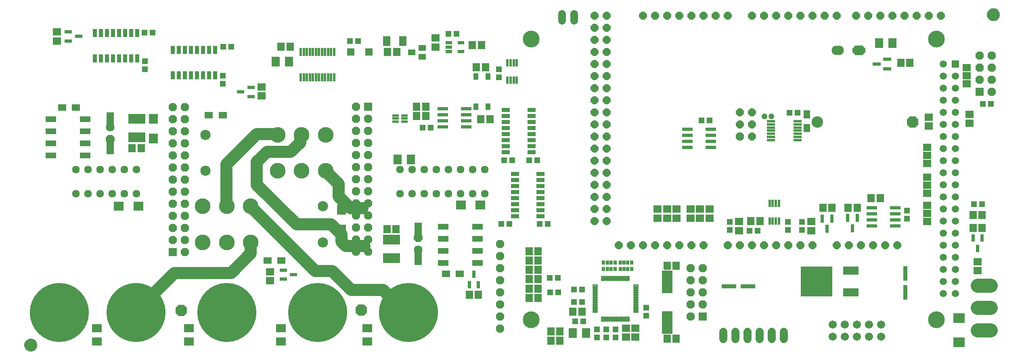
<source format=gts>
G75*
G70*
%OFA0B0*%
%FSLAX24Y24*%
%IPPOS*%
%LPD*%
%AMOC8*
5,1,8,0,0,1.08239X$1,22.5*
%
%ADD10C,0.1000*%
%ADD11R,0.0867X0.0474*%
%ADD12R,0.0671X0.0552*%
%ADD13R,0.0789X0.0710*%
%ADD14R,0.0220X0.0710*%
%ADD15R,0.0592X0.0671*%
%ADD16R,0.0710X0.0789*%
%ADD17R,0.0671X0.0592*%
%ADD18R,0.0600X0.0300*%
%ADD19R,0.0946X0.0789*%
%ADD20R,0.0300X0.0600*%
%ADD21R,0.2641X0.2483*%
%ADD22R,0.1261X0.0710*%
%ADD23R,0.1210X0.0380*%
%ADD24R,0.0513X0.0474*%
%ADD25R,0.0474X0.0513*%
%ADD26C,0.0477*%
%ADD27R,0.0860X0.0300*%
%ADD28R,0.0660X0.0220*%
%ADD29R,0.0867X0.1852*%
%ADD30R,0.0552X0.0671*%
%ADD31R,0.0680X0.0300*%
%ADD32C,0.0780*%
%ADD33OC8,0.0780*%
%ADD34C,0.0674*%
%ADD35R,0.0540X0.0220*%
%ADD36R,0.0300X0.0680*%
%ADD37OC8,0.0710*%
%ADD38C,0.0710*%
%ADD39R,0.0631X0.1497*%
%ADD40R,0.1419X0.0828*%
%ADD41R,0.0380X0.1210*%
%ADD42C,0.0640*%
%ADD43C,0.0946*%
%ADD44OC8,0.0946*%
%ADD45OC8,0.0634*%
%ADD46OC8,0.0680*%
%ADD47R,0.0320X0.0690*%
%ADD48R,0.0749X0.0789*%
%ADD49C,0.1299*%
%ADD50C,0.0848*%
%ADD51C,0.4885*%
%ADD52C,0.1172*%
%ADD53R,0.0690X0.0320*%
%ADD54R,0.0674X0.0674*%
%ADD55OC8,0.0674*%
%ADD56R,0.0430X0.0580*%
%ADD57C,0.0595*%
%ADD58R,0.0595X0.0595*%
%ADD59C,0.1386*%
%ADD60C,0.0674*%
%ADD61R,0.0631X0.0474*%
%ADD62R,0.0710X0.0790*%
%ADD63R,0.0580X0.0300*%
%ADD64R,0.0631X0.0789*%
%ADD65R,0.0631X0.0631*%
%ADD66R,0.0789X0.0749*%
%ADD67C,0.0634*%
%ADD68C,0.0103*%
%ADD69R,0.0277X0.0336*%
%ADD70R,0.0220X0.0600*%
%ADD71R,0.0516X0.0516*%
%ADD72C,0.0050*%
D10*
X010137Y009022D02*
X012987Y011872D01*
X017662Y011872D01*
X019287Y013497D01*
X019287Y014472D01*
X023062Y015897D02*
X025912Y015897D01*
X026762Y015047D01*
X026762Y014472D01*
X027137Y014097D01*
X028687Y014097D01*
X026012Y012022D02*
X024612Y012022D01*
X019362Y017272D01*
X019337Y017322D02*
X019262Y017322D01*
X017287Y017422D02*
X017237Y017372D01*
X017287Y017422D02*
X017287Y020872D01*
X019762Y023347D01*
X021487Y023347D01*
X022587Y021897D02*
X023362Y022672D01*
X023362Y023422D01*
X022587Y021897D02*
X020637Y021897D01*
X019787Y021047D01*
X019787Y019172D01*
X023062Y015897D01*
X026537Y018197D02*
X027512Y017222D01*
X028512Y017222D01*
X026537Y018197D02*
X026537Y019222D01*
X025462Y020297D01*
X026012Y012022D02*
X027587Y010447D01*
X030212Y010447D01*
X031762Y008897D01*
X031937Y008897D01*
D11*
X035170Y012697D03*
X035170Y013697D03*
X035170Y014697D03*
X035170Y015697D03*
X038005Y015697D03*
X038005Y014697D03*
X038005Y013697D03*
X038005Y012697D03*
X005605Y021597D03*
X005605Y022597D03*
X005605Y023597D03*
X005605Y024597D03*
X002770Y024597D03*
X002770Y023597D03*
X002770Y022597D03*
X002770Y021597D03*
D12*
X003691Y025547D03*
X004833Y025547D03*
X015816Y024922D03*
X016958Y024922D03*
X020666Y012897D03*
X021808Y012897D03*
X035393Y011809D03*
X036534Y011809D03*
D13*
X028912Y007298D03*
X028912Y006196D03*
X021762Y006196D03*
X021762Y007298D03*
X014162Y007298D03*
X014162Y006196D03*
X006587Y006196D03*
X006587Y007298D03*
D14*
X023407Y028047D03*
X023667Y028047D03*
X023907Y028047D03*
X024167Y028047D03*
X024407Y028047D03*
X024667Y028047D03*
X024907Y028047D03*
X025167Y028047D03*
X025407Y028047D03*
X025667Y028047D03*
X025907Y028047D03*
X026167Y028047D03*
X026167Y030147D03*
X025907Y030147D03*
X025667Y030147D03*
X025407Y030147D03*
X025167Y030147D03*
X024907Y030147D03*
X024667Y030147D03*
X024407Y030147D03*
X024167Y030147D03*
X023907Y030147D03*
X023667Y030147D03*
X023407Y030147D03*
D15*
X022536Y030597D03*
X021788Y030597D03*
X030588Y030172D03*
X031336Y030172D03*
X037588Y030722D03*
X038336Y030722D03*
X038661Y028897D03*
X037913Y028897D03*
X033736Y025622D03*
X032988Y025622D03*
X032988Y024847D03*
X033736Y024847D03*
X038288Y024597D03*
X039036Y024597D03*
X060588Y016147D03*
X061336Y016147D03*
X066538Y017272D03*
X067286Y017272D03*
X068613Y017272D03*
X069361Y017272D03*
X070513Y018047D03*
X071261Y018047D03*
X078938Y016672D03*
X079686Y016672D03*
X079686Y015597D03*
X078938Y015597D03*
X054411Y012472D03*
X053663Y012472D03*
X046636Y008672D03*
X045888Y008672D03*
X043011Y009797D03*
X042263Y009797D03*
X042263Y010572D03*
X043011Y010572D03*
X043011Y011347D03*
X042263Y011347D03*
X042263Y012122D03*
X043011Y012122D03*
X043011Y012897D03*
X042263Y012897D03*
X042263Y013672D03*
X043011Y013672D03*
X038086Y010072D03*
X037338Y010072D03*
X044063Y007022D03*
X044811Y007022D03*
X044811Y006247D03*
X044063Y006247D03*
X053663Y006422D03*
X054411Y006422D03*
X031286Y015497D03*
X030538Y015497D03*
X010236Y022197D03*
X009488Y022197D03*
X072963Y029247D03*
X073711Y029247D03*
D16*
X072263Y030897D03*
X071161Y030897D03*
X022438Y029347D03*
X021336Y029347D03*
X045886Y006897D03*
X046988Y006897D03*
D17*
X050262Y006548D03*
X051037Y006548D03*
X051037Y007296D03*
X050262Y007296D03*
X059612Y015373D03*
X059612Y016121D03*
X057162Y016398D03*
X056387Y016398D03*
X055612Y016398D03*
X054437Y016398D03*
X053662Y016398D03*
X052887Y016398D03*
X052887Y017146D03*
X053662Y017146D03*
X054437Y017146D03*
X055612Y017146D03*
X056387Y017146D03*
X057162Y017146D03*
X065587Y016121D03*
X065587Y015373D03*
X075137Y016128D03*
X075137Y016797D03*
X075137Y017466D03*
X075137Y018453D03*
X075137Y019122D03*
X075137Y019791D03*
X075137Y020928D03*
X075137Y021597D03*
X075137Y022266D03*
X075287Y024023D03*
X075287Y024771D03*
X078637Y024996D03*
X078637Y024248D03*
X078412Y027528D03*
X078412Y028197D03*
X078412Y028866D03*
X079312Y012796D03*
X079312Y012048D03*
X034537Y030573D03*
X034537Y031321D03*
X020187Y027271D03*
X020187Y026523D03*
X003287Y031073D03*
X003287Y031821D03*
X020862Y011977D03*
X020862Y011229D03*
D18*
X021957Y011352D03*
X022817Y011722D03*
X021957Y012092D03*
X019292Y026477D03*
X018432Y026847D03*
X019292Y027217D03*
X005067Y031447D03*
X004207Y031817D03*
X004207Y031077D03*
D19*
X077763Y008126D03*
X077763Y006118D03*
D20*
X079312Y013892D03*
X078942Y014752D03*
X079682Y014752D03*
X038082Y010892D03*
X037342Y010892D03*
X037712Y011752D03*
D21*
X066000Y011172D03*
D22*
X068827Y012069D03*
X068827Y010274D03*
D23*
X060342Y010772D03*
X058782Y010772D03*
D24*
X060478Y015372D03*
X061147Y015372D03*
X046647Y010497D03*
X045978Y010497D03*
X044672Y010272D03*
X044003Y010272D03*
X045978Y009447D03*
X046647Y009447D03*
X046747Y007847D03*
X046078Y007847D03*
X044647Y011447D03*
X043978Y011447D03*
X043797Y015922D03*
X043128Y015922D03*
X040647Y015922D03*
X039978Y015922D03*
X040203Y021197D03*
X040872Y021197D03*
X042278Y021197D03*
X042947Y021197D03*
X034147Y023897D03*
X033478Y023897D03*
X017672Y030597D03*
X017003Y030597D03*
X011172Y031747D03*
X010503Y031747D03*
X035603Y031647D03*
X036272Y031647D03*
X056503Y024497D03*
X057172Y024497D03*
X063778Y025122D03*
X064447Y025122D03*
X079728Y025847D03*
X080397Y025847D03*
X079672Y017547D03*
X079003Y017547D03*
D25*
X073462Y017031D03*
X073462Y016362D03*
X064812Y016081D03*
X063637Y016081D03*
X063637Y015412D03*
X064812Y015412D03*
X058837Y015437D03*
X058837Y016106D03*
X051937Y009006D03*
X051937Y008337D03*
X049412Y007206D03*
X048637Y007206D03*
X047862Y007206D03*
X047862Y006537D03*
X048637Y006537D03*
X049412Y006537D03*
X016962Y027537D03*
X016962Y028206D03*
X010537Y028712D03*
X010537Y029381D03*
X027478Y031072D03*
X028147Y031072D03*
X039762Y028731D03*
X039762Y028062D03*
D26*
X061712Y024822D03*
X062263Y024822D03*
D27*
X057282Y023772D03*
X057282Y023272D03*
X057282Y022772D03*
X057282Y022272D03*
X055342Y022272D03*
X055342Y022772D03*
X055342Y023272D03*
X055342Y023772D03*
X070567Y017272D03*
X070567Y016772D03*
X070567Y016272D03*
X070567Y015772D03*
X072507Y015772D03*
X072507Y016272D03*
X072507Y016772D03*
X072507Y017272D03*
X037082Y023972D03*
X037082Y024472D03*
X037082Y024972D03*
X037082Y025472D03*
X035142Y025472D03*
X035142Y024972D03*
X035142Y024472D03*
X035142Y023972D03*
D28*
X062227Y023907D03*
X062227Y024157D03*
X062227Y024417D03*
X062227Y023647D03*
X062227Y023387D03*
X062227Y023137D03*
X062227Y022877D03*
X064447Y022877D03*
X064447Y023137D03*
X064447Y023387D03*
X064447Y023647D03*
X064447Y023907D03*
X064447Y024157D03*
X064447Y024417D03*
D29*
X053687Y011120D03*
X053687Y007774D03*
D30*
X065212Y023851D03*
X065212Y024993D03*
D31*
X071837Y028747D03*
X070987Y029147D03*
X071837Y029547D03*
D32*
X067887Y030297D03*
X067637Y030297D03*
D33*
X069387Y030297D03*
X069637Y030297D03*
D34*
X063312Y006994D02*
X063312Y006400D01*
X062312Y006400D02*
X062312Y006994D01*
X061312Y006994D02*
X061312Y006400D01*
X060312Y006400D02*
X060312Y006994D01*
X059312Y006994D02*
X059312Y006400D01*
X058312Y006400D02*
X058312Y006994D01*
D35*
X031982Y024387D03*
X031982Y024647D03*
X031982Y024907D03*
X031242Y024907D03*
X031242Y024647D03*
X031242Y024387D03*
D36*
X066487Y016372D03*
X067287Y016372D03*
X068587Y016422D03*
X069387Y016422D03*
X068987Y015572D03*
X066887Y015522D03*
D37*
X033112Y014797D03*
X007662Y022922D03*
D38*
X007662Y023922D03*
X033112Y013797D03*
D39*
X033112Y013273D03*
X033112Y015281D03*
X007662Y022438D03*
X007662Y024445D03*
D40*
X009862Y024640D03*
X009862Y023104D03*
X030912Y014615D03*
X030912Y013079D03*
D41*
X073337Y011827D03*
X073337Y010267D03*
D42*
X045962Y032767D02*
X045962Y033327D01*
X044962Y033327D02*
X044962Y032767D01*
D43*
X066057Y024347D03*
D44*
X073927Y024347D03*
X028394Y008803D03*
X013550Y008747D03*
D45*
X047658Y016162D03*
X048658Y016162D03*
X048658Y017162D03*
X047658Y017162D03*
X047658Y018162D03*
X048658Y018162D03*
X048658Y019162D03*
X047658Y019162D03*
X047658Y020162D03*
X048658Y020162D03*
X048658Y021162D03*
X047658Y021162D03*
X047658Y022162D03*
X048658Y022162D03*
X048658Y023162D03*
X047658Y023162D03*
X047658Y024162D03*
X048658Y024162D03*
X048658Y025162D03*
X047658Y025162D03*
X047658Y026162D03*
X048658Y026162D03*
X048658Y027162D03*
X047658Y027162D03*
X047658Y028162D03*
X048658Y028162D03*
X048658Y029162D03*
X047658Y029162D03*
X047658Y030162D03*
X048658Y030162D03*
X048658Y031162D03*
X047658Y031162D03*
X047658Y032162D03*
X048658Y032162D03*
X048658Y033162D03*
X047658Y033162D03*
X051658Y033162D03*
X052658Y033162D03*
X053658Y033162D03*
X054658Y033162D03*
X055658Y033162D03*
X056658Y033162D03*
X057658Y033162D03*
X058658Y033162D03*
X060658Y033162D03*
X061658Y033162D03*
X062658Y033162D03*
X063658Y033162D03*
X064658Y033162D03*
X065658Y033162D03*
X066658Y033162D03*
X067658Y033162D03*
X069258Y033162D03*
X070258Y033162D03*
X071258Y033162D03*
X072258Y033162D03*
X073258Y033162D03*
X074258Y033162D03*
X075258Y033162D03*
X076258Y033162D03*
X060658Y025162D03*
X059658Y025162D03*
X059658Y024162D03*
X060658Y024162D03*
X060658Y023162D03*
X060658Y014162D03*
X061658Y014162D03*
X062658Y014162D03*
X063658Y014162D03*
X064658Y014162D03*
X065658Y014162D03*
X067658Y014162D03*
X068658Y014162D03*
X069658Y014162D03*
X070658Y014162D03*
X071658Y014162D03*
X072658Y014162D03*
X059658Y014162D03*
X058658Y014162D03*
X056658Y014162D03*
X055658Y014162D03*
X054658Y014162D03*
X053658Y014162D03*
X052658Y014162D03*
X051658Y014162D03*
X050658Y014162D03*
X049658Y014162D03*
D46*
X059658Y023162D03*
D47*
X016337Y028212D03*
X015837Y028212D03*
X015337Y028212D03*
X014837Y028212D03*
X014337Y028212D03*
X013837Y028212D03*
X013337Y028212D03*
X012837Y028212D03*
X009912Y029612D03*
X009412Y029612D03*
X008912Y029612D03*
X008412Y029612D03*
X007912Y029612D03*
X007412Y029612D03*
X006912Y029612D03*
X006412Y029612D03*
X006412Y031732D03*
X006912Y031732D03*
X007412Y031732D03*
X007912Y031732D03*
X008412Y031732D03*
X008912Y031732D03*
X009412Y031732D03*
X009912Y031732D03*
X012837Y030332D03*
X013337Y030332D03*
X013837Y030332D03*
X014337Y030332D03*
X014837Y030332D03*
X015337Y030332D03*
X015837Y030332D03*
X016337Y030332D03*
D48*
X011237Y024622D03*
X011237Y023008D03*
X026787Y017079D03*
X026787Y015465D03*
D49*
X019283Y014409D03*
X017298Y014409D03*
X015314Y014409D03*
X015314Y017385D03*
X017298Y017385D03*
X019283Y017385D03*
X021492Y020334D03*
X023476Y020334D03*
X025460Y020334D03*
X025460Y023310D03*
X023476Y023310D03*
X021492Y023310D03*
D50*
X015539Y023310D03*
X015539Y020334D03*
X025235Y017385D03*
X025235Y014409D03*
D51*
X024791Y008590D03*
X032291Y008590D03*
X017291Y008590D03*
X009791Y008590D03*
X003472Y008590D03*
D52*
X079318Y008984D02*
X080383Y008984D01*
X080383Y007134D02*
X079318Y007134D01*
X079318Y010834D02*
X080383Y010834D01*
D53*
X043222Y016547D03*
X043222Y017047D03*
X043222Y017547D03*
X043222Y018047D03*
X043222Y018547D03*
X043222Y019047D03*
X043222Y019547D03*
X043222Y020047D03*
X041102Y020047D03*
X041102Y019547D03*
X041102Y019047D03*
X041102Y018547D03*
X041102Y018047D03*
X041102Y017547D03*
X041102Y017047D03*
X041102Y016547D03*
X040352Y021872D03*
X040352Y022372D03*
X040352Y022872D03*
X040352Y023372D03*
X040352Y023872D03*
X040352Y024372D03*
X040352Y024872D03*
X040352Y025372D03*
X042472Y025372D03*
X042472Y024872D03*
X042472Y024372D03*
X042472Y023872D03*
X042472Y023372D03*
X042472Y022872D03*
X042472Y022372D03*
X042472Y021872D03*
D54*
X028965Y025641D03*
X012823Y013586D03*
X056612Y008272D03*
X079462Y026847D03*
D55*
X080462Y026847D03*
X080462Y027847D03*
X079462Y027847D03*
X079462Y028847D03*
X080462Y028847D03*
X080462Y029847D03*
X079462Y029847D03*
X039862Y014272D03*
X039862Y013272D03*
X039862Y012272D03*
X039862Y011272D03*
X039862Y010272D03*
X039862Y009272D03*
X039862Y008272D03*
X039862Y007272D03*
X055612Y008272D03*
X055612Y009272D03*
X056612Y009272D03*
X056612Y010272D03*
X055612Y010272D03*
X055612Y011272D03*
X056612Y011272D03*
X056612Y012272D03*
X055612Y012272D03*
X028965Y013641D03*
X027965Y013641D03*
X027965Y014641D03*
X028965Y014641D03*
X028965Y015641D03*
X027965Y015641D03*
X027965Y016641D03*
X028965Y016641D03*
X028965Y017641D03*
X027965Y017641D03*
X027965Y018641D03*
X028965Y018641D03*
X028965Y019641D03*
X027965Y019641D03*
X027965Y020641D03*
X028965Y020641D03*
X028965Y021641D03*
X027965Y021641D03*
X027965Y022641D03*
X028965Y022641D03*
X028965Y023641D03*
X027965Y023641D03*
X027965Y024641D03*
X028965Y024641D03*
X027965Y025641D03*
X013823Y025586D03*
X012823Y025586D03*
X012823Y024586D03*
X013823Y024586D03*
X013823Y023586D03*
X012823Y023586D03*
X012823Y022586D03*
X013823Y022586D03*
X013823Y021586D03*
X012823Y021586D03*
X012823Y020586D03*
X013823Y020586D03*
X013823Y019586D03*
X012823Y019586D03*
X012823Y018586D03*
X013823Y018586D03*
X013823Y017586D03*
X012823Y017586D03*
X012823Y016586D03*
X013823Y016586D03*
X013823Y015586D03*
X012823Y015586D03*
X012823Y014586D03*
X013823Y014586D03*
X013823Y013586D03*
D56*
X037887Y025622D03*
X038887Y025622D03*
X038887Y028122D03*
X037887Y028122D03*
D57*
X076488Y028165D03*
X077488Y028165D03*
X077488Y027165D03*
X076488Y027165D03*
X076488Y026165D03*
X077488Y026165D03*
X077488Y025165D03*
X076488Y025165D03*
X076488Y024165D03*
X077488Y024165D03*
X077488Y023165D03*
X076488Y023165D03*
X076488Y022165D03*
X077488Y022165D03*
X077488Y021165D03*
X076488Y021165D03*
X076488Y020165D03*
X077488Y020165D03*
X077488Y019165D03*
X076488Y019165D03*
X076488Y018165D03*
X077488Y018165D03*
X077488Y017165D03*
X076488Y017165D03*
X076488Y016165D03*
X077488Y016165D03*
X077488Y015165D03*
X076488Y015165D03*
X076488Y014165D03*
X077488Y014165D03*
X077488Y013165D03*
X076488Y013165D03*
X076488Y012165D03*
X077488Y012165D03*
X077488Y011165D03*
X076488Y011165D03*
X076488Y010165D03*
X077488Y010165D03*
X076488Y029165D03*
D58*
X077488Y029165D03*
D59*
X075913Y031228D03*
X042448Y031228D03*
X042448Y008000D03*
X075913Y008000D03*
D60*
X071337Y007597D03*
X070337Y007597D03*
X069337Y007597D03*
X068337Y007597D03*
X067337Y007597D03*
X067337Y006597D03*
X068337Y006597D03*
X069337Y006597D03*
X070337Y006597D03*
X071337Y006597D03*
D61*
X033445Y029748D03*
X032579Y030122D03*
X033445Y030496D03*
D62*
X032522Y021247D03*
X031402Y021247D03*
D63*
X035627Y030202D03*
X035627Y030572D03*
X035627Y030942D03*
X036647Y030942D03*
X036647Y030202D03*
D64*
X031831Y031072D03*
X030493Y031072D03*
D65*
X029035Y030172D03*
X027539Y030172D03*
D66*
X036630Y017497D03*
X038244Y017497D03*
X010000Y017397D03*
X008386Y017397D03*
D67*
X008850Y018433D03*
X007850Y018433D03*
X006850Y018433D03*
X005850Y018433D03*
X004850Y018433D03*
X004850Y020433D03*
X005850Y020433D03*
X006850Y020433D03*
X007850Y020433D03*
X008850Y020433D03*
X009850Y020433D03*
X009850Y018433D03*
X031622Y018433D03*
X032622Y018433D03*
X033622Y018433D03*
X034622Y018433D03*
X035622Y018433D03*
X036622Y018433D03*
X037622Y018433D03*
X038622Y018433D03*
X038622Y020433D03*
X037622Y020433D03*
X036622Y020433D03*
X035622Y020433D03*
X034622Y020433D03*
X033622Y020433D03*
X032622Y020433D03*
X031622Y020433D03*
D68*
X048357Y011586D02*
X048357Y011274D01*
X048253Y011274D01*
X048253Y011586D01*
X048357Y011586D01*
X048357Y011376D02*
X048253Y011376D01*
X048253Y011478D02*
X048357Y011478D01*
X048357Y011580D02*
X048253Y011580D01*
X048553Y011586D02*
X048553Y011274D01*
X048449Y011274D01*
X048449Y011586D01*
X048553Y011586D01*
X048553Y011376D02*
X048449Y011376D01*
X048449Y011478D02*
X048553Y011478D01*
X048553Y011580D02*
X048449Y011580D01*
X048750Y011586D02*
X048750Y011274D01*
X048646Y011274D01*
X048646Y011586D01*
X048750Y011586D01*
X048750Y011376D02*
X048646Y011376D01*
X048646Y011478D02*
X048750Y011478D01*
X048750Y011580D02*
X048646Y011580D01*
X048947Y011586D02*
X048947Y011274D01*
X048843Y011274D01*
X048843Y011586D01*
X048947Y011586D01*
X048947Y011376D02*
X048843Y011376D01*
X048843Y011478D02*
X048947Y011478D01*
X048947Y011580D02*
X048843Y011580D01*
X049144Y011586D02*
X049144Y011274D01*
X049040Y011274D01*
X049040Y011586D01*
X049144Y011586D01*
X049144Y011376D02*
X049040Y011376D01*
X049040Y011478D02*
X049144Y011478D01*
X049144Y011580D02*
X049040Y011580D01*
X049341Y011586D02*
X049341Y011274D01*
X049237Y011274D01*
X049237Y011586D01*
X049341Y011586D01*
X049341Y011376D02*
X049237Y011376D01*
X049237Y011478D02*
X049341Y011478D01*
X049341Y011580D02*
X049237Y011580D01*
X049538Y011586D02*
X049538Y011274D01*
X049434Y011274D01*
X049434Y011586D01*
X049538Y011586D01*
X049538Y011376D02*
X049434Y011376D01*
X049434Y011478D02*
X049538Y011478D01*
X049538Y011580D02*
X049434Y011580D01*
X049734Y011586D02*
X049734Y011274D01*
X049630Y011274D01*
X049630Y011586D01*
X049734Y011586D01*
X049734Y011376D02*
X049630Y011376D01*
X049630Y011478D02*
X049734Y011478D01*
X049734Y011580D02*
X049630Y011580D01*
X049931Y011586D02*
X049931Y011274D01*
X049827Y011274D01*
X049827Y011586D01*
X049931Y011586D01*
X049931Y011376D02*
X049827Y011376D01*
X049827Y011478D02*
X049931Y011478D01*
X049931Y011580D02*
X049827Y011580D01*
X050128Y011586D02*
X050128Y011274D01*
X050024Y011274D01*
X050024Y011586D01*
X050128Y011586D01*
X050128Y011376D02*
X050024Y011376D01*
X050024Y011478D02*
X050128Y011478D01*
X050128Y011580D02*
X050024Y011580D01*
X050325Y011586D02*
X050325Y011274D01*
X050221Y011274D01*
X050221Y011586D01*
X050325Y011586D01*
X050325Y011376D02*
X050221Y011376D01*
X050221Y011478D02*
X050325Y011478D01*
X050325Y011580D02*
X050221Y011580D01*
X050522Y011586D02*
X050522Y011274D01*
X050418Y011274D01*
X050418Y011586D01*
X050522Y011586D01*
X050522Y011376D02*
X050418Y011376D01*
X050418Y011478D02*
X050522Y011478D01*
X050522Y011580D02*
X050418Y011580D01*
X050914Y010778D02*
X051226Y010778D01*
X050914Y010778D02*
X050914Y010882D01*
X051226Y010882D01*
X051226Y010778D01*
X051226Y010880D02*
X050914Y010880D01*
X050914Y010581D02*
X051226Y010581D01*
X050914Y010581D02*
X050914Y010685D01*
X051226Y010685D01*
X051226Y010581D01*
X051226Y010683D02*
X050914Y010683D01*
X050914Y010384D02*
X051226Y010384D01*
X050914Y010384D02*
X050914Y010488D01*
X051226Y010488D01*
X051226Y010384D01*
X051226Y010486D02*
X050914Y010486D01*
X050914Y010187D02*
X051226Y010187D01*
X050914Y010187D02*
X050914Y010291D01*
X051226Y010291D01*
X051226Y010187D01*
X051226Y010289D02*
X050914Y010289D01*
X050914Y009990D02*
X051226Y009990D01*
X050914Y009990D02*
X050914Y010094D01*
X051226Y010094D01*
X051226Y009990D01*
X051226Y010092D02*
X050914Y010092D01*
X050914Y009793D02*
X051226Y009793D01*
X050914Y009793D02*
X050914Y009897D01*
X051226Y009897D01*
X051226Y009793D01*
X051226Y009895D02*
X050914Y009895D01*
X050914Y009596D02*
X051226Y009596D01*
X050914Y009596D02*
X050914Y009700D01*
X051226Y009700D01*
X051226Y009596D01*
X051226Y009698D02*
X050914Y009698D01*
X050914Y009400D02*
X051226Y009400D01*
X050914Y009400D02*
X050914Y009504D01*
X051226Y009504D01*
X051226Y009400D01*
X051226Y009502D02*
X050914Y009502D01*
X050914Y009203D02*
X051226Y009203D01*
X050914Y009203D02*
X050914Y009307D01*
X051226Y009307D01*
X051226Y009203D01*
X051226Y009305D02*
X050914Y009305D01*
X050914Y009006D02*
X051226Y009006D01*
X050914Y009006D02*
X050914Y009110D01*
X051226Y009110D01*
X051226Y009006D01*
X051226Y009108D02*
X050914Y009108D01*
X050914Y008809D02*
X051226Y008809D01*
X050914Y008809D02*
X050914Y008913D01*
X051226Y008913D01*
X051226Y008809D01*
X051226Y008911D02*
X050914Y008911D01*
X050914Y008612D02*
X051226Y008612D01*
X050914Y008612D02*
X050914Y008716D01*
X051226Y008716D01*
X051226Y008612D01*
X051226Y008714D02*
X050914Y008714D01*
X050522Y008220D02*
X050522Y007908D01*
X050418Y007908D01*
X050418Y008220D01*
X050522Y008220D01*
X050522Y008010D02*
X050418Y008010D01*
X050418Y008112D02*
X050522Y008112D01*
X050522Y008214D02*
X050418Y008214D01*
X050325Y008220D02*
X050325Y007908D01*
X050221Y007908D01*
X050221Y008220D01*
X050325Y008220D01*
X050325Y008010D02*
X050221Y008010D01*
X050221Y008112D02*
X050325Y008112D01*
X050325Y008214D02*
X050221Y008214D01*
X050128Y008220D02*
X050128Y007908D01*
X050024Y007908D01*
X050024Y008220D01*
X050128Y008220D01*
X050128Y008010D02*
X050024Y008010D01*
X050024Y008112D02*
X050128Y008112D01*
X050128Y008214D02*
X050024Y008214D01*
X049931Y008220D02*
X049931Y007908D01*
X049827Y007908D01*
X049827Y008220D01*
X049931Y008220D01*
X049931Y008010D02*
X049827Y008010D01*
X049827Y008112D02*
X049931Y008112D01*
X049931Y008214D02*
X049827Y008214D01*
X049734Y008220D02*
X049734Y007908D01*
X049630Y007908D01*
X049630Y008220D01*
X049734Y008220D01*
X049734Y008010D02*
X049630Y008010D01*
X049630Y008112D02*
X049734Y008112D01*
X049734Y008214D02*
X049630Y008214D01*
X049538Y008220D02*
X049538Y007908D01*
X049434Y007908D01*
X049434Y008220D01*
X049538Y008220D01*
X049538Y008010D02*
X049434Y008010D01*
X049434Y008112D02*
X049538Y008112D01*
X049538Y008214D02*
X049434Y008214D01*
X049341Y008220D02*
X049341Y007908D01*
X049237Y007908D01*
X049237Y008220D01*
X049341Y008220D01*
X049341Y008010D02*
X049237Y008010D01*
X049237Y008112D02*
X049341Y008112D01*
X049341Y008214D02*
X049237Y008214D01*
X049144Y008220D02*
X049144Y007908D01*
X049040Y007908D01*
X049040Y008220D01*
X049144Y008220D01*
X049144Y008010D02*
X049040Y008010D01*
X049040Y008112D02*
X049144Y008112D01*
X049144Y008214D02*
X049040Y008214D01*
X048947Y008220D02*
X048947Y007908D01*
X048843Y007908D01*
X048843Y008220D01*
X048947Y008220D01*
X048947Y008010D02*
X048843Y008010D01*
X048843Y008112D02*
X048947Y008112D01*
X048947Y008214D02*
X048843Y008214D01*
X048750Y008220D02*
X048750Y007908D01*
X048646Y007908D01*
X048646Y008220D01*
X048750Y008220D01*
X048750Y008010D02*
X048646Y008010D01*
X048646Y008112D02*
X048750Y008112D01*
X048750Y008214D02*
X048646Y008214D01*
X048553Y008220D02*
X048553Y007908D01*
X048449Y007908D01*
X048449Y008220D01*
X048553Y008220D01*
X048553Y008010D02*
X048449Y008010D01*
X048449Y008112D02*
X048553Y008112D01*
X048553Y008214D02*
X048449Y008214D01*
X048357Y008220D02*
X048357Y007908D01*
X048253Y007908D01*
X048253Y008220D01*
X048357Y008220D01*
X048357Y008010D02*
X048253Y008010D01*
X048253Y008112D02*
X048357Y008112D01*
X048357Y008214D02*
X048253Y008214D01*
X047860Y008612D02*
X047548Y008612D01*
X047548Y008716D01*
X047860Y008716D01*
X047860Y008612D01*
X047860Y008714D02*
X047548Y008714D01*
X047548Y008809D02*
X047860Y008809D01*
X047548Y008809D02*
X047548Y008913D01*
X047860Y008913D01*
X047860Y008809D01*
X047860Y008911D02*
X047548Y008911D01*
X047548Y009006D02*
X047860Y009006D01*
X047548Y009006D02*
X047548Y009110D01*
X047860Y009110D01*
X047860Y009006D01*
X047860Y009108D02*
X047548Y009108D01*
X047548Y009203D02*
X047860Y009203D01*
X047548Y009203D02*
X047548Y009307D01*
X047860Y009307D01*
X047860Y009203D01*
X047860Y009305D02*
X047548Y009305D01*
X047548Y009400D02*
X047860Y009400D01*
X047548Y009400D02*
X047548Y009504D01*
X047860Y009504D01*
X047860Y009400D01*
X047860Y009502D02*
X047548Y009502D01*
X047548Y009596D02*
X047860Y009596D01*
X047548Y009596D02*
X047548Y009700D01*
X047860Y009700D01*
X047860Y009596D01*
X047860Y009698D02*
X047548Y009698D01*
X047548Y009793D02*
X047860Y009793D01*
X047548Y009793D02*
X047548Y009897D01*
X047860Y009897D01*
X047860Y009793D01*
X047860Y009895D02*
X047548Y009895D01*
X047548Y009990D02*
X047860Y009990D01*
X047548Y009990D02*
X047548Y010094D01*
X047860Y010094D01*
X047860Y009990D01*
X047860Y010092D02*
X047548Y010092D01*
X047548Y010187D02*
X047860Y010187D01*
X047548Y010187D02*
X047548Y010291D01*
X047860Y010291D01*
X047860Y010187D01*
X047860Y010289D02*
X047548Y010289D01*
X047548Y010384D02*
X047860Y010384D01*
X047548Y010384D02*
X047548Y010488D01*
X047860Y010488D01*
X047860Y010384D01*
X047860Y010486D02*
X047548Y010486D01*
X047548Y010581D02*
X047860Y010581D01*
X047548Y010581D02*
X047548Y010685D01*
X047860Y010685D01*
X047860Y010581D01*
X047860Y010683D02*
X047548Y010683D01*
X047548Y010778D02*
X047860Y010778D01*
X047548Y010778D02*
X047548Y010882D01*
X047860Y010882D01*
X047860Y010778D01*
X047860Y010880D02*
X047548Y010880D01*
D69*
X048415Y012206D03*
X048730Y012206D03*
X049045Y012206D03*
X049360Y012206D03*
X049790Y012206D03*
X050105Y012206D03*
X050420Y012206D03*
X050735Y012206D03*
X050735Y012738D03*
X050420Y012738D03*
X050105Y012738D03*
X049790Y012738D03*
X049360Y012738D03*
X049045Y012738D03*
X048730Y012738D03*
X048415Y012738D03*
D70*
X062132Y016177D03*
X062382Y016177D03*
X062642Y016177D03*
X062892Y016177D03*
X062892Y017617D03*
X062642Y017617D03*
X062382Y017617D03*
X062132Y017617D03*
X041242Y027827D03*
X040992Y027827D03*
X040732Y027827D03*
X040482Y027827D03*
X040482Y029267D03*
X040732Y029267D03*
X040992Y029267D03*
X041242Y029267D03*
D71*
X026394Y008803D03*
X011550Y008747D03*
D72*
X001025Y005404D02*
X000941Y005427D01*
X000862Y005464D01*
X000791Y005514D01*
X000729Y005575D01*
X000679Y005647D01*
X000642Y005726D01*
X001582Y005726D01*
X001545Y005647D01*
X001495Y005575D01*
X001434Y005514D01*
X001362Y005464D01*
X001283Y005427D01*
X001199Y005404D01*
X001112Y005397D01*
X001025Y005404D01*
X000924Y005435D02*
X001300Y005435D01*
X001390Y005483D02*
X000834Y005483D01*
X000773Y005532D02*
X001452Y005532D01*
X001499Y005580D02*
X000726Y005580D01*
X000692Y005629D02*
X001533Y005629D01*
X001559Y005677D02*
X000665Y005677D01*
X000642Y005726D02*
X000620Y005810D01*
X000612Y005897D01*
X000620Y005984D01*
X000642Y006068D01*
X000679Y006147D01*
X000729Y006218D01*
X000791Y006280D01*
X000862Y006330D01*
X000941Y006367D01*
X001025Y006389D01*
X001112Y006397D01*
X001199Y006389D01*
X001283Y006367D01*
X001362Y006330D01*
X001434Y006280D01*
X001495Y006218D01*
X001545Y006147D01*
X001582Y006068D01*
X001605Y005984D01*
X001612Y005897D01*
X001605Y005810D01*
X001582Y005726D01*
X001595Y005774D02*
X000629Y005774D01*
X000619Y005823D02*
X001606Y005823D01*
X001610Y005871D02*
X000614Y005871D01*
X000614Y005920D02*
X001610Y005920D01*
X001606Y005968D02*
X000618Y005968D01*
X000629Y006017D02*
X001596Y006017D01*
X001583Y006065D02*
X000642Y006065D01*
X000664Y006114D02*
X001561Y006114D01*
X001534Y006162D02*
X000690Y006162D01*
X000724Y006211D02*
X001500Y006211D01*
X001454Y006259D02*
X000770Y006259D01*
X000831Y006308D02*
X001394Y006308D01*
X001305Y006356D02*
X000919Y006356D01*
X080142Y033076D02*
X080120Y033160D01*
X080112Y033247D01*
X080120Y033334D01*
X080142Y033418D01*
X080179Y033497D01*
X080229Y033568D01*
X080291Y033630D01*
X080362Y033680D01*
X080441Y033717D01*
X080525Y033739D01*
X080612Y033747D01*
X080699Y033739D01*
X080783Y033717D01*
X080862Y033680D01*
X080934Y033630D01*
X080995Y033568D01*
X081045Y033497D01*
X081082Y033418D01*
X081105Y033334D01*
X081112Y033247D01*
X081105Y033160D01*
X081082Y033076D01*
X081045Y032997D01*
X080995Y032925D01*
X080934Y032864D01*
X080862Y032814D01*
X080783Y032777D01*
X080699Y032754D01*
X080612Y032747D01*
X080525Y032754D01*
X080441Y032777D01*
X080362Y032814D01*
X080291Y032864D01*
X080229Y032925D01*
X080179Y032997D01*
X080142Y033076D01*
X080141Y033080D02*
X081083Y033080D01*
X081096Y033128D02*
X080128Y033128D01*
X080118Y033177D02*
X081106Y033177D01*
X081110Y033225D02*
X080114Y033225D01*
X080115Y033274D02*
X081110Y033274D01*
X081106Y033322D02*
X080119Y033322D01*
X080130Y033371D02*
X081095Y033371D01*
X081081Y033419D02*
X080143Y033419D01*
X080166Y033468D02*
X081059Y033468D01*
X081031Y033516D02*
X080193Y033516D01*
X080227Y033565D02*
X080998Y033565D01*
X080950Y033613D02*
X080274Y033613D01*
X080337Y033662D02*
X080888Y033662D01*
X080797Y033710D02*
X080428Y033710D01*
X080163Y033031D02*
X081061Y033031D01*
X081036Y032983D02*
X080189Y032983D01*
X080223Y032934D02*
X081002Y032934D01*
X080956Y032886D02*
X080269Y032886D01*
X080328Y032837D02*
X080896Y032837D01*
X080809Y032789D02*
X080415Y032789D01*
M02*

</source>
